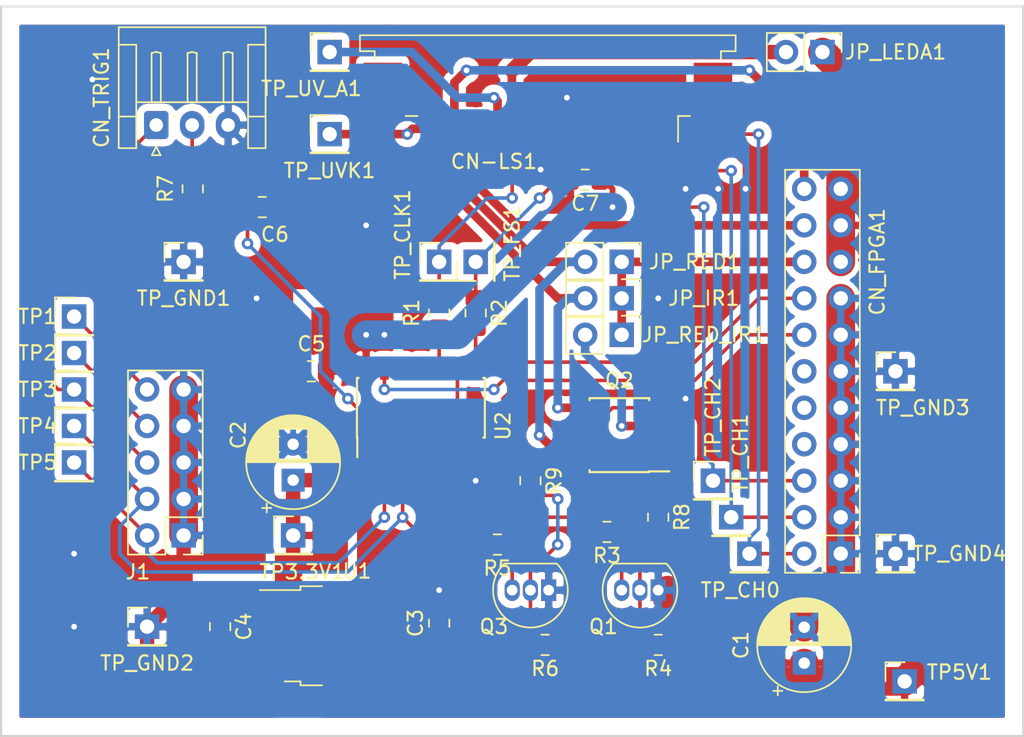
<source format=kicad_pcb>
(kicad_pcb (version 20171130) (host pcbnew "(5.0.1)-4")
  (layers (0 F.Cu signal) (31 B.Cu signal) (34 B.Paste user) (35 F.Paste user) (36 B.SilkS user hide) (37 F.SilkS user) (38 B.Mask user hide) (39 F.Mask user hide) (44 Edge.Cuts user))
  (net 0 "")
  (net 1 +5V)
  (net 2 GND)
  (net 3 +3V3)
  (net 4 "Net-(C6-Pad1)")
  (net 5 /TRIGER)
  (net 6 /TP5)
  (net 7 /SEL_IR)
  (net 8 /TP2)
  (net 9 /TP1)
  (net 10 /CHIP0_OUT)
  (net 11 /CHIP1_OUT)
  (net 12 /CHIP2_OUT)
  (net 13 /FS3)
  (net 14 /CLK33)
  (net 15 /GREEN_K)
  (net 16 /RED_K)
  (net 17 /BLUE_K)
  (net 18 /IR_K)
  (net 19 /UV_K)
  (net 20 /IP5)
  (net 21 /CLK_5)
  (net 22 /IR_RED_K)
  (net 23 "Net-(Q1-Pad2)")
  (net 24 "Net-(Q1-Pad3)")
  (net 25 "Net-(Q2-Pad4)")
  (net 26 "Net-(Q3-Pad3)")
  (net 27 "Net-(R1-Pad2)")
  (net 28 "Net-(R2-Pad2)")
  (net 29 /SEL_RED)
  (net 30 "Net-(U2-Pad6)")
  (net 31 "Net-(U2-Pad11)")
  (net 32 /RED_IR_K)
  (net 33 /AFE_TP3)
  (net 34 "Net-(CN-LS1-Pad7)")
  (net 35 /LED_A)
  (net 36 /UV_A)
  (net 37 "Net-(CN_FPGA1-Pad8)")
  (net 38 "Net-(CN_FPGA1-Pad10)")
  (net 39 "Net-(CN_FPGA1-Pad12)")
  (net 40 "Net-(Q3-Pad2)")
  (net 41 "Net-(Q2-Pad2)")
  (module Resistor_SMD:R_0805_2012Metric_Pad1.15x1.40mm_HandSolder (layer F.Cu) (at 96.52 118.11 270)
    (fp_text reference R8 (at 0 -1.65 270) (layer F.SilkS))
    (fp_text value 100)
    (pad 2 smd roundrect (at 1.025 0 270) (size 1.15 1.4) (layers F.Cu F.Paste F.Mask) (roundrect_rratio 0.217391) (net 23 "Net-(Q1-Pad2)"))
    (pad 1 smd roundrect (at -1.025 0 270) (size 1.15 1.4) (layers F.Cu F.Paste F.Mask) (roundrect_rratio 0.217391) (net 41 "Net-(Q2-Pad2)"))
  )
  (module Resistor_SMD:R_0805_2012Metric_Pad1.15x1.40mm_HandSolder (layer F.Cu) (at 87.63 115.57 270)
    (fp_text reference R9 (at 0 -1.65 270) (layer F.SilkS))
    (fp_text value 100)
    (pad 1 smd roundrect (at -1.025 0 270) (size 1.15 1.4) (layers F.Cu F.Paste F.Mask) (roundrect_rratio 0.217391) (net 25 "Net-(Q2-Pad4)"))
    (pad 2 smd roundrect (at 1.025 0 270) (size 1.15 1.4) (layers F.Cu F.Paste F.Mask) (roundrect_rratio 0.217391) (net 40 "Net-(Q3-Pad2)"))
  )
  (module Connector_PinHeader_2.54mm:PinHeader_2x11_P2.54mm_Vertical (layer F.Cu) (at 109.22 120.65 180)
    (fp_text reference CN_FPGA1 (at -2.54 20.32 90) (layer F.SilkS))
    (fp_text value Conn_02x11)
    (pad 1 thru_hole rect (at 0 0 180) (size 1.7 1.7) (drill 1) (layers *.Cu *.Mask) (net 2 GND))
    (pad 2 thru_hole oval (at 2.54 0 180) (size 1.7 1.7) (drill 1) (layers *.Cu *.Mask) (net 10 /CHIP0_OUT))
    (pad 3 thru_hole oval (at 0 2.54 180) (size 1.7 1.7) (drill 1) (layers *.Cu *.Mask) (net 2 GND))
    (pad 4 thru_hole oval (at 2.54 2.54 180) (size 1.7 1.7) (drill 1) (layers *.Cu *.Mask) (net 11 /CHIP1_OUT))
    (pad 5 thru_hole oval (at 0 5.08 180) (size 1.7 1.7) (drill 1) (layers *.Cu *.Mask) (net 2 GND))
    (pad 6 thru_hole oval (at 2.54 5.08 180) (size 1.7 1.7) (drill 1) (layers *.Cu *.Mask) (net 12 /CHIP2_OUT))
    (pad 7 thru_hole oval (at 0 7.62 180) (size 1.7 1.7) (drill 1) (layers *.Cu *.Mask) (net 2 GND))
    (pad 8 thru_hole oval (at 2.54 7.62 180) (size 1.7 1.7) (drill 1) (layers *.Cu *.Mask) (net 37 "Net-(CN_FPGA1-Pad8)"))
    (pad 9 thru_hole oval (at 0 10.16 180) (size 1.7 1.7) (drill 1) (layers *.Cu *.Mask) (net 2 GND))
    (pad 10 thru_hole oval (at 2.54 10.16 180) (size 1.7 1.7) (drill 1) (layers *.Cu *.Mask) (net 38 "Net-(CN_FPGA1-Pad10)"))
    (pad 11 thru_hole oval (at 0 12.7 180) (size 1.7 1.7) (drill 1) (layers *.Cu *.Mask) (net 2 GND))
    (pad 12 thru_hole oval (at 2.54 12.7 180) (size 1.7 1.7) (drill 1) (layers *.Cu *.Mask) (net 39 "Net-(CN_FPGA1-Pad12)"))
    (pad 13 thru_hole oval (at 0 15.24 180) (size 1.7 1.7) (drill 1) (layers *.Cu *.Mask) (net 2 GND))
    (pad 14 thru_hole oval (at 2.54 15.24 180) (size 1.7 1.7) (drill 1) (layers *.Cu *.Mask) (net 20 /IP5))
    (pad 15 thru_hole oval (at 0 17.78 180) (size 1.7 1.7) (drill 1) (layers *.Cu *.Mask) (net 2 GND))
    (pad 16 thru_hole oval (at 2.54 17.78 180) (size 1.7 1.7) (drill 1) (layers *.Cu *.Mask) (net 21 /CLK_5))
    (pad 17 thru_hole oval (at 0 20.32 180) (size 1.7 1.7) (drill 1) (layers *.Cu *.Mask) (net 1 +5V))
    (pad 18 thru_hole oval (at 2.54 20.32 180) (size 1.7 1.7) (drill 1) (layers *.Cu *.Mask) (net 22 /IR_RED_K))
    (pad 19 thru_hole oval (at 0 22.86 180) (size 1.7 1.7) (drill 1) (layers *.Cu *.Mask) (net 1 +5V))
    (pad 20 thru_hole oval (at 2.54 22.86 180) (size 1.7 1.7) (drill 1) (layers *.Cu *.Mask) (net 15 /GREEN_K))
    (pad 21 thru_hole oval (at 0 25.4 180) (size 1.7 1.7) (drill 1) (layers *.Cu *.Mask) (net 1 +5V))
    (pad 22 thru_hole oval (at 2.54 25.4 180) (size 1.7 1.7) (drill 1) (layers *.Cu *.Mask) (net 17 /BLUE_K))
  )
  (module Capacitor_SMD:C_0805_2012Metric_Pad1.15x1.40mm_HandSolder (layer F.Cu) (at 91.44 94.615 180)
    (fp_text reference C7 (at 0 -1.65 180) (layer F.SilkS))
    (fp_text value 0.1uF)
    (pad 1 smd roundrect (at -1.025 0 180) (size 1.15 1.4) (layers F.Cu F.Paste F.Mask) (roundrect_rratio 0.217391) (net 3 +3V3))
    (pad 2 smd roundrect (at 1.025 0 180) (size 1.15 1.4) (layers F.Cu F.Paste F.Mask) (roundrect_rratio 0.217391) (net 2 GND))
  )
  (module Connector_PinHeader_2.54mm:PinHeader_1x01_P2.54mm_Vertical (layer F.Cu) (at 73.66 91.44)
    (fp_text reference TP_UVK1 (at 0 2.54) (layer F.SilkS))
    (fp_text value _CLK)
    (pad 1 thru_hole rect (at 0 0) (size 1.7 1.7) (drill 1) (layers *.Cu *.Mask) (net 19 /UV_K))
  )
  (module Connector_PinHeader_2.54mm:PinHeader_1x01_P2.54mm_Vertical (layer F.Cu) (at 73.66 85.725)
    (fp_text reference TP_UV_A1 (at -1.27 2.54) (layer F.SilkS))
    (fp_text value _CLK)
    (pad 1 thru_hole rect (at 0 0) (size 1.7 1.7) (drill 1) (layers *.Cu *.Mask) (net 36 /UV_A))
  )
  (module Connector_PinHeader_2.54mm:PinHeader_1x02_P2.54mm_Vertical (layer F.Cu) (at 107.95 85.725 270)
    (fp_text reference JP_LEDA1 (at 0 -5.08 180) (layer F.SilkS))
    (fp_text value IR)
    (pad 1 thru_hole rect (at 0 0 270) (size 1.7 1.7) (drill 1) (layers *.Cu *.Mask) (net 1 +5V))
    (pad 2 thru_hole oval (at 0 2.54 270) (size 1.7 1.7) (drill 1) (layers *.Cu *.Mask) (net 35 /LED_A))
  )
  (module Connector_FFC-FPC:TE_1-84953-8_1x18-1MP_P1.0mm_Horizontal (layer F.Cu) (at 88.84 89.265 180)
    (fp_text reference CN-LS1 (at 3.75 -4.08 180) (layer F.SilkS))
    (fp_text value Conn_01x18)
    (pad 1 smd rect (at -8.5 -1.8 180) (size 0.61 2) (layers F.Cu F.Paste F.Mask) (net 10 /CHIP0_OUT))
    (pad 2 smd rect (at -7.5 -1.8 180) (size 0.61 2) (layers F.Cu F.Paste F.Mask) (net 2 GND))
    (pad 3 smd rect (at -6.5 -1.8 180) (size 0.61 2) (layers F.Cu F.Paste F.Mask) (net 11 /CHIP1_OUT))
    (pad 4 smd rect (at -5.5 -1.8 180) (size 0.61 2) (layers F.Cu F.Paste F.Mask) (net 2 GND))
    (pad 5 smd rect (at -4.5 -1.8 180) (size 0.61 2) (layers F.Cu F.Paste F.Mask) (net 12 /CHIP2_OUT))
    (pad 6 smd rect (at -3.5 -1.8 180) (size 0.61 2) (layers F.Cu F.Paste F.Mask) (net 3 +3V3))
    (pad 7 smd rect (at -2.5 -1.8 180) (size 0.61 2) (layers F.Cu F.Paste F.Mask) (net 34 "Net-(CN-LS1-Pad7)"))
    (pad 8 smd rect (at -1.5 -1.8 180) (size 0.61 2) (layers F.Cu F.Paste F.Mask) (net 2 GND))
    (pad 9 smd rect (at -0.5 -1.8 180) (size 0.61 2) (layers F.Cu F.Paste F.Mask) (net 13 /FS3))
    (pad 10 smd rect (at 0.5 -1.8 180) (size 0.61 2) (layers F.Cu F.Paste F.Mask) (net 2 GND))
    (pad 11 smd rect (at 1.5 -1.8 180) (size 0.61 2) (layers F.Cu F.Paste F.Mask) (net 14 /CLK33))
    (pad 12 smd rect (at 2.5 -1.8 180) (size 0.61 2) (layers F.Cu F.Paste F.Mask) (net 35 /LED_A))
    (pad 13 smd rect (at 3.5 -1.8 180) (size 0.61 2) (layers F.Cu F.Paste F.Mask) (net 36 /UV_A))
    (pad 14 smd rect (at 4.5 -1.8 180) (size 0.61 2) (layers F.Cu F.Paste F.Mask) (net 15 /GREEN_K))
    (pad 15 smd rect (at 5.5 -1.8 180) (size 0.61 2) (layers F.Cu F.Paste F.Mask) (net 16 /RED_K))
    (pad 16 smd rect (at 6.5 -1.8 180) (size 0.61 2) (layers F.Cu F.Paste F.Mask) (net 17 /BLUE_K))
    (pad 17 smd rect (at 7.5 -1.8 180) (size 0.61 2) (layers F.Cu F.Paste F.Mask) (net 18 /IR_K))
    (pad 18 smd rect (at 8.5 -1.8 180) (size 0.61 2) (layers F.Cu F.Paste F.Mask) (net 19 /UV_K))
    (pad MP smd rect (at -11.49 1 180) (size 2.68 3.6) (layers F.Cu F.Paste F.Mask))
    (pad MP smd rect (at 11.49 1 180) (size 2.68 3.6) (layers F.Cu F.Paste F.Mask))
  )
  (module Connector_PinHeader_2.54mm:PinHeader_1x01_P2.54mm_Vertical (layer F.Cu) (at 102.87 120.65)
    (fp_text reference TP_CH0 (at -0.635 2.54) (layer F.SilkS))
    (fp_text value CH0)
    (pad 1 thru_hole rect (at 0 0) (size 1.7 1.7) (drill 1) (layers *.Cu *.Mask) (net 10 /CHIP0_OUT))
  )
  (module Capacitor_THT:CP_Radial_D6.3mm_P2.50mm (layer F.Cu) (at 106.68 128.27 90)
    (fp_text reference C1 (at 1.25 -4.4 90) (layer F.SilkS))
    (fp_text value 100u)
    (pad 1 thru_hole rect (at 0 0 90) (size 1.6 1.6) (drill 0.8) (layers *.Cu *.Mask) (net 1 +5V))
    (pad 2 thru_hole circle (at 2.5 0 90) (size 1.6 1.6) (drill 0.8) (layers *.Cu *.Mask) (net 2 GND))
  )
  (module Capacitor_THT:CP_Radial_D6.3mm_P2.50mm (layer F.Cu) (at 71.12 115.53 90)
    (fp_text reference C2 (at 3.135 -3.81 90) (layer F.SilkS))
    (fp_text value 100u)
    (pad 2 thru_hole circle (at 2.5 0 90) (size 1.6 1.6) (drill 0.8) (layers *.Cu *.Mask) (net 2 GND))
    (pad 1 thru_hole rect (at 0 0 90) (size 1.6 1.6) (drill 0.8) (layers *.Cu *.Mask) (net 3 +3V3))
  )
  (module Capacitor_SMD:C_0805_2012Metric_Pad1.15x1.40mm_HandSolder (layer F.Cu) (at 81.28 125.485 90)
    (fp_text reference C3 (at 0 -1.65 90) (layer F.SilkS))
    (fp_text value 0.1uF)
    (pad 2 smd roundrect (at 1.025 0 90) (size 1.15 1.4) (layers F.Cu F.Paste F.Mask) (roundrect_rratio 0.217391) (net 2 GND))
    (pad 1 smd roundrect (at -1.025 0 90) (size 1.15 1.4) (layers F.Cu F.Paste F.Mask) (roundrect_rratio 0.217391) (net 1 +5V))
  )
  (module Capacitor_SMD:C_0805_2012Metric_Pad1.15x1.40mm_HandSolder (layer F.Cu) (at 66.04 125.73 270)
    (fp_text reference C4 (at 0 -1.65 270) (layer F.SilkS))
    (fp_text value 0.1uF)
    (pad 2 smd roundrect (at 1.025 0 270) (size 1.15 1.4) (layers F.Cu F.Paste F.Mask) (roundrect_rratio 0.217391) (net 2 GND))
    (pad 1 smd roundrect (at -1.025 0 270) (size 1.15 1.4) (layers F.Cu F.Paste F.Mask) (roundrect_rratio 0.217391) (net 3 +3V3))
  )
  (module Capacitor_SMD:C_0805_2012Metric_Pad1.15x1.40mm_HandSolder (layer F.Cu) (at 72.39 107.95 180)
    (fp_text reference C5 (at 0 1.905 180) (layer F.SilkS))
    (fp_text value 0.1uF)
    (pad 1 smd roundrect (at -1.025 0 180) (size 1.15 1.4) (layers F.Cu F.Paste F.Mask) (roundrect_rratio 0.217391) (net 3 +3V3))
    (pad 2 smd roundrect (at 1.025 0 180) (size 1.15 1.4) (layers F.Cu F.Paste F.Mask) (roundrect_rratio 0.217391) (net 2 GND))
  )
  (module Capacitor_SMD:C_0805_2012Metric_Pad1.15x1.40mm_HandSolder (layer F.Cu) (at 68.97 96.52)
    (fp_text reference C6 (at 0.88 1.905) (layer F.SilkS))
    (fp_text value 1000pF)
    (pad 1 smd roundrect (at -1.025 0) (size 1.15 1.4) (layers F.Cu F.Paste F.Mask) (roundrect_rratio 0.217391) (net 4 "Net-(C6-Pad1)"))
    (pad 2 smd roundrect (at 1.025 0) (size 1.15 1.4) (layers F.Cu F.Paste F.Mask) (roundrect_rratio 0.217391) (net 2 GND))
  )
  (module Connector_JST:JST_EH_S03B-EH_1x03_P2.50mm_Horizontal (layer F.Cu) (at 61.595 90.805)
    (fp_text reference CN_TRIG1 (at -3.81 -1.905 90) (layer F.SilkS))
    (fp_text value Conn_01x03)
    (pad 1 thru_hole roundrect (at 0 0) (size 1.7 1.95) (drill 0.95) (layers *.Cu *.Mask) (roundrect_rratio 0.147059) (net 33 /AFE_TP3))
    (pad 2 thru_hole oval (at 2.5 0) (size 1.7 1.95) (drill 0.95) (layers *.Cu *.Mask) (net 5 /TRIGER))
    (pad 3 thru_hole oval (at 5 0) (size 1.7 1.95) (drill 0.95) (layers *.Cu *.Mask) (net 2 GND))
  )
  (module Connector_PinHeader_2.54mm:PinHeader_2x05_P2.54mm_Vertical (layer F.Cu) (at 63.5 119.38 180)
    (fp_text reference J1 (at 3.175 -2.54 180) (layer F.SilkS))
    (fp_text value Conn_02x05_Odd_Even)
    (pad 1 thru_hole rect (at 0 0 180) (size 1.7 1.7) (drill 1) (layers *.Cu *.Mask) (net 2 GND))
    (pad 2 thru_hole oval (at 2.54 0 180) (size 1.7 1.7) (drill 1) (layers *.Cu *.Mask) (net 6 /TP5))
    (pad 3 thru_hole oval (at 0 2.54 180) (size 1.7 1.7) (drill 1) (layers *.Cu *.Mask) (net 2 GND))
    (pad 4 thru_hole oval (at 2.54 2.54 180) (size 1.7 1.7) (drill 1) (layers *.Cu *.Mask) (net 7 /SEL_IR))
    (pad 5 thru_hole oval (at 0 5.08 180) (size 1.7 1.7) (drill 1) (layers *.Cu *.Mask) (net 2 GND))
    (pad 6 thru_hole oval (at 2.54 5.08 180) (size 1.7 1.7) (drill 1) (layers *.Cu *.Mask) (net 33 /AFE_TP3))
    (pad 7 thru_hole oval (at 0 7.62 180) (size 1.7 1.7) (drill 1) (layers *.Cu *.Mask) (net 2 GND))
    (pad 8 thru_hole oval (at 2.54 7.62 180) (size 1.7 1.7) (drill 1) (layers *.Cu *.Mask) (net 8 /TP2))
    (pad 9 thru_hole oval (at 0 10.16 180) (size 1.7 1.7) (drill 1) (layers *.Cu *.Mask) (net 2 GND))
    (pad 10 thru_hole oval (at 2.54 10.16 180) (size 1.7 1.7) (drill 1) (layers *.Cu *.Mask) (net 9 /TP1))
  )
  (module Connector_PinHeader_2.54mm:PinHeader_1x02_P2.54mm_Vertical (layer F.Cu) (at 93.98 102.87 270)
    (fp_text reference JP_IR1 (at 0 -5.715 180) (layer F.SilkS))
    (fp_text value IR)
    (pad 1 thru_hole rect (at 0 0 270) (size 1.7 1.7) (drill 1) (layers *.Cu *.Mask) (net 22 /IR_RED_K))
    (pad 2 thru_hole oval (at 0 2.54 270) (size 1.7 1.7) (drill 1) (layers *.Cu *.Mask) (net 18 /IR_K))
  )
  (module Connector_PinHeader_2.54mm:PinHeader_1x02_P2.54mm_Vertical (layer F.Cu) (at 93.98 100.33 270)
    (fp_text reference JP_RED1 (at 0 -5.08 180) (layer F.SilkS))
    (fp_text value RED)
    (pad 2 thru_hole oval (at 0 2.54 270) (size 1.7 1.7) (drill 1) (layers *.Cu *.Mask) (net 16 /RED_K))
    (pad 1 thru_hole rect (at 0 0 270) (size 1.7 1.7) (drill 1) (layers *.Cu *.Mask) (net 22 /IR_RED_K))
  )
  (module Connector_PinHeader_2.54mm:PinHeader_1x02_P2.54mm_Vertical (layer F.Cu) (at 93.98 105.41 270)
    (fp_text reference JP_RED_IR1 (at 0 -5.715 180) (layer F.SilkS))
    (fp_text value IR)
    (pad 1 thru_hole rect (at 0 0 270) (size 1.7 1.7) (drill 1) (layers *.Cu *.Mask) (net 22 /IR_RED_K))
    (pad 2 thru_hole oval (at 0 2.54 270) (size 1.7 1.7) (drill 1) (layers *.Cu *.Mask) (net 32 /RED_IR_K))
  )
  (module Package_TO_SOT_THT:TO-92_Inline (layer F.Cu) (at 96.52 123.19 180)
    (fp_text reference Q1 (at 3.81 -2.54 180) (layer F.SilkS))
    (fp_text value 2SC1815)
    (pad 2 thru_hole oval (at 1.27 0 180) (size 1.05 1.5) (drill 0.75) (layers *.Cu *.Mask) (net 23 "Net-(Q1-Pad2)"))
    (pad 3 thru_hole oval (at 2.54 0 180) (size 1.05 1.5) (drill 0.75) (layers *.Cu *.Mask) (net 24 "Net-(Q1-Pad3)"))
    (pad 1 thru_hole rect (at 0 0 180) (size 1.05 1.5) (drill 0.75) (layers *.Cu *.Mask) (net 2 GND))
  )
  (module Package_SO:SOIC-8_3.9x4.9mm_P1.27mm (layer F.Cu) (at 93.82 112.395 180)
    (fp_text reference Q2 (at 0 3.81 180) (layer F.SilkS))
    (fp_text value uPA2753)
    (pad 1 smd rect (at -2.7 -1.905 180) (size 1.55 0.6) (layers F.Cu F.Paste F.Mask) (net 32 /RED_IR_K))
    (pad 2 smd rect (at -2.7 -0.635 180) (size 1.55 0.6) (layers F.Cu F.Paste F.Mask) (net 41 "Net-(Q2-Pad2)"))
    (pad 3 smd rect (at -2.7 0.635 180) (size 1.55 0.6) (layers F.Cu F.Paste F.Mask) (net 32 /RED_IR_K))
    (pad 4 smd rect (at -2.7 1.905 180) (size 1.55 0.6) (layers F.Cu F.Paste F.Mask) (net 25 "Net-(Q2-Pad4)"))
    (pad 5 smd rect (at 2.7 1.905 180) (size 1.55 0.6) (layers F.Cu F.Paste F.Mask) (net 18 /IR_K))
    (pad 6 smd rect (at 2.7 0.635 180) (size 1.55 0.6) (layers F.Cu F.Paste F.Mask) (net 18 /IR_K))
    (pad 7 smd rect (at 2.7 -0.635 180) (size 1.55 0.6) (layers F.Cu F.Paste F.Mask) (net 16 /RED_K))
    (pad 8 smd rect (at 2.7 -1.905 180) (size 1.55 0.6) (layers F.Cu F.Paste F.Mask) (net 16 /RED_K))
  )
  (module Package_TO_SOT_THT:TO-92_Inline (layer F.Cu) (at 88.9 123.19 180)
    (fp_text reference Q3 (at 3.81 -2.54 180) (layer F.SilkS))
    (fp_text value 2SC1815)
    (pad 1 thru_hole rect (at 0 0 180) (size 1.05 1.5) (drill 0.75) (layers *.Cu *.Mask) (net 2 GND))
    (pad 3 thru_hole oval (at 2.54 0 180) (size 1.05 1.5) (drill 0.75) (layers *.Cu *.Mask) (net 26 "Net-(Q3-Pad3)"))
    (pad 2 thru_hole oval (at 1.27 0 180) (size 1.05 1.5) (drill 0.75) (layers *.Cu *.Mask) (net 40 "Net-(Q3-Pad2)"))
  )
  (module Resistor_SMD:R_0805_2012Metric_Pad1.15x1.40mm_HandSolder (layer F.Cu) (at 81.28 103.895 270)
    (fp_text reference R1 (at 0 1.905 270) (layer F.SilkS))
    (fp_text value 100)
    (pad 1 smd roundrect (at -1.025 0 270) (size 1.15 1.4) (layers F.Cu F.Paste F.Mask) (roundrect_rratio 0.217391) (net 14 /CLK33))
    (pad 2 smd roundrect (at 1.025 0 270) (size 1.15 1.4) (layers F.Cu F.Paste F.Mask) (roundrect_rratio 0.217391) (net 27 "Net-(R1-Pad2)"))
  )
  (module Resistor_SMD:R_0805_2012Metric_Pad1.15x1.40mm_HandSolder (layer F.Cu) (at 83.82 103.895 270)
    (fp_text reference R2 (at 0 -1.65 270) (layer F.SilkS))
    (fp_text value 100)
    (pad 2 smd roundrect (at 1.025 0 270) (size 1.15 1.4) (layers F.Cu F.Paste F.Mask) (roundrect_rratio 0.217391) (net 28 "Net-(R2-Pad2)"))
    (pad 1 smd roundrect (at -1.025 0 270) (size 1.15 1.4) (layers F.Cu F.Paste F.Mask) (roundrect_rratio 0.217391) (net 13 /FS3))
  )
  (module Resistor_SMD:R_0805_2012Metric_Pad1.15x1.40mm_HandSolder (layer F.Cu) (at 92.955 119.135 180)
    (fp_text reference R3 (at 0 -1.65 180) (layer F.SilkS))
    (fp_text value 100)
    (pad 2 smd roundrect (at 1.025 0 180) (size 1.15 1.4) (layers F.Cu F.Paste F.Mask) (roundrect_rratio 0.217391) (net 29 /SEL_RED))
    (pad 1 smd roundrect (at -1.025 0 180) (size 1.15 1.4) (layers F.Cu F.Paste F.Mask) (roundrect_rratio 0.217391) (net 24 "Net-(Q1-Pad3)"))
  )
  (module Resistor_SMD:R_0805_2012Metric_Pad1.15x1.40mm_HandSolder (layer F.Cu) (at 96.52 127 180)
    (fp_text reference R4 (at 0 -1.65 180) (layer F.SilkS))
    (fp_text value 1k)
    (pad 1 smd roundrect (at -1.025 0 180) (size 1.15 1.4) (layers F.Cu F.Paste F.Mask) (roundrect_rratio 0.217391) (net 1 +5V))
    (pad 2 smd roundrect (at 1.025 0 180) (size 1.15 1.4) (layers F.Cu F.Paste F.Mask) (roundrect_rratio 0.217391) (net 23 "Net-(Q1-Pad2)"))
  )
  (module Resistor_SMD:R_0805_2012Metric_Pad1.15x1.40mm_HandSolder (layer F.Cu) (at 85.335 120.015 180)
    (fp_text reference R5 (at 0 -1.65 180) (layer F.SilkS))
    (fp_text value 100)
    (pad 2 smd roundrect (at 1.025 0 180) (size 1.15 1.4) (layers F.Cu F.Paste F.Mask) (roundrect_rratio 0.217391) (net 7 /SEL_IR))
    (pad 1 smd roundrect (at -1.025 0 180) (size 1.15 1.4) (layers F.Cu F.Paste F.Mask) (roundrect_rratio 0.217391) (net 26 "Net-(Q3-Pad3)"))
  )
  (module Resistor_SMD:R_0805_2012Metric_Pad1.15x1.40mm_HandSolder (layer F.Cu) (at 88.655 127 180)
    (fp_text reference R6 (at 0 -1.65 180) (layer F.SilkS))
    (fp_text value 1k)
    (pad 1 smd roundrect (at -1.025 0 180) (size 1.15 1.4) (layers F.Cu F.Paste F.Mask) (roundrect_rratio 0.217391) (net 1 +5V))
    (pad 2 smd roundrect (at 1.025 0 180) (size 1.15 1.4) (layers F.Cu F.Paste F.Mask) (roundrect_rratio 0.217391) (net 40 "Net-(Q3-Pad2)"))
  )
  (module Resistor_SMD:R_0805_2012Metric_Pad1.15x1.40mm_HandSolder (layer F.Cu) (at 64.135 95.25 270)
    (fp_text reference R7 (at 0 1.905 270) (layer F.SilkS))
    (fp_text value 1k)
    (pad 1 smd roundrect (at -1.025 0 270) (size 1.15 1.4) (layers F.Cu F.Paste F.Mask) (roundrect_rratio 0.217391) (net 5 /TRIGER))
    (pad 2 smd roundrect (at 1.025 0 270) (size 1.15 1.4) (layers F.Cu F.Paste F.Mask) (roundrect_rratio 0.217391) (net 4 "Net-(C6-Pad1)"))
  )
  (module Connector_PinHeader_2.54mm:PinHeader_1x01_P2.54mm_Vertical (layer F.Cu) (at 55.88 104.14)
    (fp_text reference TP1 (at -2.54 0) (layer F.SilkS))
    (fp_text value _TP1)
    (pad 1 thru_hole rect (at 0 0) (size 1.7 1.7) (drill 1) (layers *.Cu *.Mask) (net 9 /TP1))
  )
  (module Connector_PinHeader_2.54mm:PinHeader_1x01_P2.54mm_Vertical (layer F.Cu) (at 55.88 106.68)
    (fp_text reference TP2 (at -2.54 0) (layer F.SilkS))
    (fp_text value _TP2)
    (pad 1 thru_hole rect (at 0 0) (size 1.7 1.7) (drill 1) (layers *.Cu *.Mask) (net 8 /TP2))
  )
  (module Connector_PinHeader_2.54mm:PinHeader_1x01_P2.54mm_Vertical (layer F.Cu) (at 55.88 109.22)
    (fp_text reference TP3 (at -2.54 0) (layer F.SilkS))
    (fp_text value _TP3)
    (pad 1 thru_hole rect (at 0 0) (size 1.7 1.7) (drill 1) (layers *.Cu *.Mask) (net 33 /AFE_TP3))
  )
  (module Connector_PinHeader_2.54mm:PinHeader_1x01_P2.54mm_Vertical (layer F.Cu) (at 55.88 111.76)
    (fp_text reference TP4 (at -2.54 0) (layer F.SilkS))
    (fp_text value _TP4)
    (pad 1 thru_hole rect (at 0 0) (size 1.7 1.7) (drill 1) (layers *.Cu *.Mask) (net 7 /SEL_IR))
  )
  (module Connector_PinHeader_2.54mm:PinHeader_1x01_P2.54mm_Vertical (layer F.Cu) (at 55.88 114.3)
    (fp_text reference TP5 (at -2.54 0) (layer F.SilkS))
    (fp_text value _TP5)
    (pad 1 thru_hole rect (at 0 0) (size 1.7 1.7) (drill 1) (layers *.Cu *.Mask) (net 6 /TP5))
  )
  (module Connector_PinHeader_2.54mm:PinHeader_1x01_P2.54mm_Vertical (layer F.Cu) (at 71.12 119.38)
    (fp_text reference TP3.3V1 (at 0.635 2.54) (layer F.SilkS))
    (fp_text value _TP33)
    (pad 1 thru_hole rect (at 0 0) (size 1.7 1.7) (drill 1) (layers *.Cu *.Mask) (net 3 +3V3))
  )
  (module Connector_PinHeader_2.54mm:PinHeader_1x01_P2.54mm_Vertical (layer F.Cu) (at 113.665 129.54)
    (fp_text reference TP5V1 (at 3.81 -0.635) (layer F.SilkS))
    (fp_text value _TP5V)
    (pad 1 thru_hole rect (at 0 0) (size 1.7 1.7) (drill 1) (layers *.Cu *.Mask) (net 1 +5V))
  )
  (module Connector_PinHeader_2.54mm:PinHeader_1x01_P2.54mm_Vertical (layer F.Cu) (at 101.6 118.11)
    (fp_text reference TP_CH1 (at 0.635 -4.445 90) (layer F.SilkS))
    (fp_text value CH1)
    (pad 1 thru_hole rect (at 0 0) (size 1.7 1.7) (drill 1) (layers *.Cu *.Mask) (net 11 /CHIP1_OUT))
  )
  (module Connector_PinHeader_2.54mm:PinHeader_1x01_P2.54mm_Vertical (layer F.Cu) (at 100.33 115.57)
    (fp_text reference TP_CH2 (at 0 -4.445 90) (layer F.SilkS))
    (fp_text value CH2)
    (pad 1 thru_hole rect (at 0 0) (size 1.7 1.7) (drill 1) (layers *.Cu *.Mask) (net 12 /CHIP2_OUT))
  )
  (module Connector_PinHeader_2.54mm:PinHeader_1x01_P2.54mm_Vertical (layer F.Cu) (at 81.28 100.33)
    (fp_text reference TP_CLK1 (at -2.54 -1.905 90) (layer F.SilkS))
    (fp_text value _CLK)
    (pad 1 thru_hole rect (at 0 0) (size 1.7 1.7) (drill 1) (layers *.Cu *.Mask) (net 14 /CLK33))
  )
  (module Connector_PinHeader_2.54mm:PinHeader_1x01_P2.54mm_Vertical (layer F.Cu) (at 83.82 100.33 90)
    (fp_text reference TP_FS1 (at 1.27 2.54 90) (layer F.SilkS))
    (fp_text value _FS)
    (pad 1 thru_hole rect (at 0 0 90) (size 1.7 1.7) (drill 1) (layers *.Cu *.Mask) (net 13 /FS3))
  )
  (module Connector_PinHeader_2.54mm:PinHeader_1x01_P2.54mm_Vertical (layer F.Cu) (at 63.5 100.33)
    (fp_text reference TP_GND1 (at 0 2.54) (layer F.SilkS))
    (fp_text value _GND)
    (pad 1 thru_hole rect (at 0 0) (size 1.7 1.7) (drill 1) (layers *.Cu *.Mask) (net 2 GND))
  )
  (module Connector_PinHeader_2.54mm:PinHeader_1x01_P2.54mm_Vertical (layer F.Cu) (at 60.96 125.73)
    (fp_text reference TP_GND2 (at 0 2.54) (layer F.SilkS))
    (fp_text value _GND)
    (pad 1 thru_hole rect (at 0 0) (size 1.7 1.7) (drill 1) (layers *.Cu *.Mask) (net 2 GND))
  )
  (module Connector_PinHeader_2.54mm:PinHeader_1x01_P2.54mm_Vertical (layer F.Cu) (at 113.03 107.95)
    (fp_text reference TP_GND3 (at 1.905 2.54) (layer F.SilkS))
    (fp_text value _GND)
    (pad 1 thru_hole rect (at 0 0) (size 1.7 1.7) (drill 1) (layers *.Cu *.Mask) (net 2 GND))
  )
  (module Connector_PinHeader_2.54mm:PinHeader_1x01_P2.54mm_Vertical (layer F.Cu) (at 113.03 120.65)
    (fp_text reference TP_GND4 (at 4.445 0) (layer F.SilkS))
    (fp_text value _GND)
    (pad 1 thru_hole rect (at 0 0) (size 1.7 1.7) (drill 1) (layers *.Cu *.Mask) (net 2 GND))
  )
  (module Package_TO_SOT_SMD:TO-252-3_TabPin2 (layer F.Cu) (at 74.1 126.365)
    (fp_text reference U1 (at 1.465 -4.5) (layer F.SilkS))
    (fp_text value NJU7223)
    (pad 1 smd rect (at -4.2 -2.28) (size 2.2 1.2) (layers F.Cu F.Paste F.Mask) (net 3 +3V3))
    (pad 2 smd rect (at -4.2 0) (size 2.2 1.2) (layers F.Cu F.Paste F.Mask) (net 1 +5V))
    (pad 3 smd rect (at -4.2 2.28) (size 2.2 1.2) (layers F.Cu F.Paste F.Mask) (net 2 GND))
    (pad 2 smd rect (at 2.1 0) (size 6.4 5.8) (layers F.Cu F.Mask) (net 1 +5V))
  )
  (module Package_SO:SOIC-14_3.9x8.7mm_P1.27mm (layer F.Cu) (at 80.01 110.49 90)
    (fp_text reference U2 (at -1.27 5.715 90) (layer F.SilkS))
    (fp_text value 74LV14)
    (pad 1 smd rect (at -2.7 -3.81 90) (size 1.5 0.6) (layers F.Cu F.Paste F.Mask) (net 4 "Net-(C6-Pad1)"))
    (pad 2 smd rect (at -2.7 -2.54 90) (size 1.5 0.6) (layers F.Cu F.Paste F.Mask) (net 6 /TP5))
    (pad 3 smd rect (at -2.7 -1.27 90) (size 1.5 0.6) (layers F.Cu F.Paste F.Mask) (net 7 /SEL_IR))
    (pad 4 smd rect (at -2.7 0 90) (size 1.5 0.6) (layers F.Cu F.Paste F.Mask) (net 29 /SEL_RED))
    (pad 5 smd rect (at -2.7 1.27 90) (size 1.5 0.6) (layers F.Cu F.Paste F.Mask) (net 20 /IP5))
    (pad 6 smd rect (at -2.7 2.54 90) (size 1.5 0.6) (layers F.Cu F.Paste F.Mask) (net 30 "Net-(U2-Pad6)"))
    (pad 7 smd rect (at -2.7 3.81 90) (size 1.5 0.6) (layers F.Cu F.Paste F.Mask) (net 2 GND))
    (pad 8 smd rect (at 2.7 3.81 90) (size 1.5 0.6) (layers F.Cu F.Paste F.Mask) (net 28 "Net-(R2-Pad2)"))
    (pad 9 smd rect (at 2.7 2.54 90) (size 1.5 0.6) (layers F.Cu F.Paste F.Mask) (net 30 "Net-(U2-Pad6)"))
    (pad 10 smd rect (at 2.7 1.27 90) (size 1.5 0.6) (layers F.Cu F.Paste F.Mask) (net 27 "Net-(R1-Pad2)"))
    (pad 11 smd rect (at 2.7 0 90) (size 1.5 0.6) (layers F.Cu F.Paste F.Mask) (net 31 "Net-(U2-Pad11)"))
    (pad 12 smd rect (at 2.7 -1.27 90) (size 1.5 0.6) (layers F.Cu F.Paste F.Mask) (net 31 "Net-(U2-Pad11)"))
    (pad 13 smd rect (at 2.7 -2.54 90) (size 1.5 0.6) (layers F.Cu F.Paste F.Mask) (net 21 /CLK_5))
    (pad 14 smd rect (at 2.7 -3.81 90) (size 1.5 0.6) (layers F.Cu F.Paste F.Mask) (net 3 +3V3))
  )
  (gr_line (start 121.92 133.35) (end 50.8 133.35) (layer Edge.Cuts) (width 0.15))
  (gr_line (start 121.92 82.55) (end 121.92 133.35) (layer Edge.Cuts) (width 0.15))
  (gr_line (start 50.8 82.55) (end 121.92 82.55) (layer Edge.Cuts) (width 0.15))
  (gr_line (start 50.8 133.35) (end 50.8 82.55) (layer Edge.Cuts) (width 0.15))
  (segment (start 114.3 95.25) (end 109.22 95.25) (width 2) (layer F.Cu) (net 1))
  (segment (start 109.22 95.25) (end 109.22 100.33) (width 2) (layer F.Cu) (net 1))
  (segment (start 114.3 95.25) (end 114.935 95.25) (width 2) (layer F.Cu) (net 1))
  (segment (start 114.935 95.25) (end 116.84 97.155) (width 2) (layer F.Cu) (net 1))
  (segment (start 116.84 97.155) (end 116.84 126.365) (width 2) (layer F.Cu) (net 1))
  (segment (start 116.84 126.365) (end 113.665 129.54) (width 2) (layer F.Cu) (net 1))
  (segment (start 109.22 86.995) (end 107.95 85.725) (width 2) (layer F.Cu) (net 1))
  (segment (start 109.22 95.25) (end 109.22 86.995) (width 2) (layer F.Cu) (net 1))
  (segment (start 76.2 126.365) (end 71.755 126.365) (width 2) (layer F.Cu) (net 1))
  (segment (start 106.68 128.27) (end 106.68 129.54) (width 2) (layer F.Cu) (net 1))
  (segment (start 113.665 129.54) (end 106.68 129.54) (width 2) (layer F.Cu) (net 1))
  (segment (start 106.68 129.54) (end 99.06 129.54) (width 2) (layer F.Cu) (net 1))
  (segment (start 97.545 128.025) (end 99.06 129.54) (width 1) (layer F.Cu) (net 1))
  (segment (start 97.545 127) (end 97.545 128.025) (width 1) (layer F.Cu) (net 1))
  (segment (start 91.42 129.54) (end 91.44 129.54) (width 1) (layer F.Cu) (net 1))
  (segment (start 89.68 127.8) (end 91.42 129.54) (width 1) (layer F.Cu) (net 1))
  (segment (start 89.68 127) (end 89.68 127.8) (width 1) (layer F.Cu) (net 1))
  (segment (start 99.06 129.54) (end 91.44 129.54) (width 2) (layer F.Cu) (net 1))
  (segment (start 76.345 126.51) (end 76.2 126.365) (width 1) (layer F.Cu) (net 1))
  (segment (start 81.28 126.51) (end 76.345 126.51) (width 1) (layer F.Cu) (net 1))
  (segment (start 69.9 126.365) (end 71.755 126.365) (width 1) (layer F.Cu) (net 1))
  (segment (start 76.2 126.365) (end 76.2 129.54) (width 0.4) (layer F.Cu) (net 1))
  (segment (start 91.44 129.54) (end 76.2 129.54) (width 2) (layer F.Cu) (net 1))
  (segment (start 76.2 129.54) (end 74.295 129.54) (width 2) (layer F.Cu) (net 1))
  (via (at 90.17 88.9) (size 0.8) (drill 0.4) (layers F.Cu B.Cu) (net 2))
  (segment (start 97.17501 123.825) (end 97.17501 123.19) (width 2) (layer F.Cu) (net 2))
  (segment (start 109.22 102.87) (end 109.22 123.23) (width 2) (layer F.Cu) (net 2))
  (segment (start 109.22 123.23) (end 108.625 123.825) (width 2) (layer F.Cu) (net 2))
  (segment (start 106.68 124.46) (end 106.045 123.825) (width 2) (layer F.Cu) (net 2))
  (segment (start 106.68 125.77) (end 106.68 124.46) (width 2) (layer F.Cu) (net 2))
  (segment (start 108.625 123.825) (end 106.045 123.825) (width 2) (layer F.Cu) (net 2))
  (segment (start 106.045 123.825) (end 97.17501 123.825) (width 2) (layer F.Cu) (net 2))
  (segment (start 63.5 119.38) (end 63.5 109.22) (width 2) (layer F.Cu) (net 2))
  (segment (start 63.5 123.19) (end 60.96 125.73) (width 1) (layer F.Cu) (net 2))
  (segment (start 63.5 119.38) (end 63.5 123.19) (width 1) (layer F.Cu) (net 2))
  (segment (start 60.96 127.58) (end 60.96 125.73) (width 1) (layer F.Cu) (net 2))
  (segment (start 62.025 128.645) (end 60.96 127.58) (width 1) (layer F.Cu) (net 2))
  (segment (start 66.04 126.755) (end 66.04 128.645) (width 1) (layer F.Cu) (net 2))
  (segment (start 69.9 128.645) (end 66.04 128.645) (width 1) (layer F.Cu) (net 2))
  (segment (start 66.04 128.645) (end 62.025 128.645) (width 1) (layer F.Cu) (net 2))
  (segment (start 81.28 124.46) (end 81.28 123.19) (width 1) (layer F.Cu) (net 2))
  (segment (start 81.28 123.19) (end 81.28 123.19) (width 1) (layer F.Cu) (net 2))
  (via (at 81.28 123.19) (size 0.8) (drill 0.4) (layers F.Cu B.Cu) (net 2))
  (segment (start 83.82 113.19) (end 83.82 115.57) (width 1) (layer F.Cu) (net 2))
  (segment (start 83.82 115.57) (end 83.82 115.57) (width 1) (layer F.Cu) (net 2))
  (via (at 83.82 115.57) (size 0.8) (drill 0.4) (layers F.Cu B.Cu) (net 2))
  (segment (start 81.28 118.11) (end 83.82 115.57) (width 1) (layer B.Cu) (net 2))
  (segment (start 81.28 123.19) (end 81.28 118.11) (width 1) (layer B.Cu) (net 2))
  (segment (start 81.28 123.19) (end 81.28 123.825) (width 1) (layer B.Cu) (net 2))
  (segment (start 81.28 123.825) (end 82.55 125.095) (width 1) (layer B.Cu) (net 2))
  (segment (start 64.77 113.03) (end 63.5 111.76) (width 1) (layer B.Cu) (net 2))
  (segment (start 71.12 113.03) (end 64.77 113.03) (width 1) (layer B.Cu) (net 2))
  (segment (start 83.82 115.57) (end 83.82 114.935) (width 1) (layer B.Cu) (net 2))
  (segment (start 81.915 113.03) (end 71.12 113.03) (width 1) (layer B.Cu) (net 2))
  (segment (start 83.82 114.935) (end 81.915 113.03) (width 1) (layer B.Cu) (net 2))
  (segment (start 90.34 89.07) (end 90.17 88.9) (width 0.4) (layer F.Cu) (net 2))
  (segment (start 90.34 91.065) (end 90.34 89.07) (width 0.4) (layer F.Cu) (net 2))
  (segment (start 96.34 91.065) (end 96.34 92.53) (width 0.4) (layer F.Cu) (net 2))
  (segment (start 90.735685 88.9) (end 90.17 88.9) (width 0.4) (layer F.Cu) (net 2))
  (segment (start 96.34 89.665) (end 95.575 88.9) (width 0.4) (layer F.Cu) (net 2))
  (segment (start 96.34 91.065) (end 96.34 89.665) (width 0.4) (layer F.Cu) (net 2))
  (segment (start 89.604315 88.9) (end 90.17 88.9) (width 0.4) (layer F.Cu) (net 2))
  (segment (start 89.105 88.9) (end 89.604315 88.9) (width 0.4) (layer F.Cu) (net 2))
  (segment (start 88.34 89.665) (end 89.105 88.9) (width 0.4) (layer F.Cu) (net 2))
  (segment (start 88.34 91.065) (end 88.34 89.665) (width 0.4) (layer F.Cu) (net 2))
  (segment (start 94.34 89.26) (end 93.98 88.9) (width 0.4) (layer F.Cu) (net 2))
  (segment (start 94.34 91.065) (end 94.34 89.26) (width 0.4) (layer F.Cu) (net 2))
  (segment (start 95.575 88.9) (end 93.98 88.9) (width 0.4) (layer F.Cu) (net 2))
  (segment (start 93.98 88.9) (end 90.735685 88.9) (width 0.4) (layer F.Cu) (net 2))
  (segment (start 109.22 107.95) (end 113.03 107.95) (width 0.4) (layer B.Cu) (net 2))
  (segment (start 109.22 120.65) (end 113.03 120.65) (width 0.4) (layer B.Cu) (net 2))
  (segment (start 63.5 109.22) (end 63.5 100.33) (width 0.4) (layer F.Cu) (net 2))
  (segment (start 63.5 100.33) (end 69.85 100.33) (width 0.4) (layer F.Cu) (net 2))
  (segment (start 69.995 100.185) (end 69.995 96.52) (width 0.4) (layer F.Cu) (net 2))
  (segment (start 69.85 100.33) (end 69.995 100.185) (width 0.4) (layer F.Cu) (net 2))
  (segment (start 67.845 90.805) (end 66.595 90.805) (width 0.4) (layer F.Cu) (net 2))
  (segment (start 69.995 92.955) (end 67.845 90.805) (width 0.4) (layer F.Cu) (net 2))
  (segment (start 69.995 96.52) (end 69.995 92.955) (width 0.4) (layer F.Cu) (net 2))
  (segment (start 88.34 91.065) (end 88.34 93.905) (width 0.4) (layer F.Cu) (net 2))
  (segment (start 88.34 93.905) (end 88.34 93.905) (width 0.4) (layer F.Cu) (net 2))
  (via (at 88.34 93.905) (size 0.8) (drill 0.4) (layers F.Cu B.Cu) (net 2))
  (segment (start 66.595 90.93) (end 66.595 90.805) (width 0.4) (layer B.Cu) (net 2))
  (segment (start 69.57 93.905) (end 66.595 90.93) (width 0.4) (layer B.Cu) (net 2))
  (segment (start 88.34 93.905) (end 69.57 93.905) (width 0.4) (layer B.Cu) (net 2))
  (segment (start 88.9 123.19) (end 88.9 125.095) (width 0.4) (layer B.Cu) (net 2))
  (segment (start 82.55 125.095) (end 88.9 125.095) (width 1) (layer B.Cu) (net 2))
  (segment (start 88.9 125.095) (end 95.585268 125.095) (width 1) (layer B.Cu) (net 2))
  (segment (start 71.12 113.03) (end 71.12 107.95) (width 0.4) (layer B.Cu) (net 2))
  (segment (start 90.34 94.54) (end 90.415 94.615) (width 0.4) (layer F.Cu) (net 2))
  (segment (start 90.34 91.065) (end 90.34 94.54) (width 0.4) (layer F.Cu) (net 2))
  (segment (start 111.76 102.87) (end 109.22 102.87) (width 0.4) (layer B.Cu) (net 2))
  (segment (start 113.03 101.6) (end 111.76 102.87) (width 0.4) (layer B.Cu) (net 2))
  (segment (start 113.03 93.345) (end 113.03 101.6) (width 0.4) (layer B.Cu) (net 2))
  (segment (start 90.17 88.9) (end 108.585 88.9) (width 0.4) (layer B.Cu) (net 2))
  (segment (start 108.585 88.9) (end 113.03 93.345) (width 0.4) (layer B.Cu) (net 2))
  (segment (start 96.34 92.53) (end 96.52 92.71) (width 0.4) (layer F.Cu) (net 2))
  (segment (start 101.810002 92.71) (end 102.600001 93.499999) (width 0.4) (layer F.Cu) (net 2))
  (segment (start 96.52 92.71) (end 101.810002 92.71) (width 0.4) (layer F.Cu) (net 2))
  (segment (start 94.34 91.065) (end 94.34 93.07) (width 0.4) (layer F.Cu) (net 2))
  (segment (start 94.34 93.07) (end 96.52 95.25) (width 0.4) (layer F.Cu) (net 2))
  (segment (start 96.52 95.25) (end 98.425 95.25) (width 0.4) (layer F.Cu) (net 2))
  (via (at 102.600001 95.25) (size 0.8) (drill 0.4) (layers F.Cu B.Cu) (net 2))
  (via (at 100.695001 95.25) (size 0.8) (drill 0.4) (layers F.Cu B.Cu) (net 2))
  (segment (start 98.425 95.25) (end 99.905002 95.25) (width 0.4) (layer F.Cu) (net 2))
  (via (at 98.425 95.25) (size 0.8) (drill 0.4) (layers F.Cu B.Cu) (net 2))
  (segment (start 99.905002 95.25) (end 100.695001 95.25) (width 0.4) (layer F.Cu) (net 2))
  (segment (start 102.600001 93.499999) (end 102.600001 95.25) (width 0.4) (layer F.Cu) (net 2))
  (segment (start 95.765 125.095) (end 95.585268 125.095) (width 0.4) (layer B.Cu) (net 2))
  (segment (start 96.52 124.34) (end 95.765 125.095) (width 0.4) (layer B.Cu) (net 2))
  (segment (start 96.52 123.19) (end 96.52 124.34) (width 0.4) (layer B.Cu) (net 2))
  (via (at 76.2 97.79) (size 0.8) (drill 0.4) (layers F.Cu B.Cu) (net 2))
  (via (at 55.88 120.65) (size 0.8) (drill 0.4) (layers F.Cu B.Cu) (net 2))
  (via (at 55.88 125.73) (size 0.8) (drill 0.4) (layers F.Cu B.Cu) (net 2))
  (via (at 68.58 102.87) (size 0.8) (drill 0.4) (layers F.Cu B.Cu) (net 2))
  (via (at 96.52 102.87) (size 0.8) (drill 0.4) (layers F.Cu B.Cu) (net 2))
  (via (at 98.425 109.855) (size 0.8) (drill 0.4) (layers F.Cu B.Cu) (net 2))
  (via (at 57.15 87.63) (size 0.8) (drill 0.4) (layers F.Cu B.Cu) (net 2))
  (via (at 93.345 96.52) (size 0.8) (drill 0.4) (layers F.Cu B.Cu) (net 3))
  (segment (start 76.2 105.41) (end 76.2 105.41) (width 0.4) (layer B.Cu) (net 3))
  (via (at 76.2 105.41) (size 0.8) (drill 0.4) (layers F.Cu B.Cu) (net 3))
  (segment (start 76.2 105.41) (end 76.2 107.79) (width 0.4) (layer F.Cu) (net 3))
  (segment (start 93.345 95.25) (end 93.345 96.52) (width 0.4) (layer F.Cu) (net 3))
  (segment (start 92.34 91.065) (end 92.34 94.245) (width 0.6) (layer F.Cu) (net 3))
  (segment (start 92.34 94.245) (end 93.345 95.25) (width 0.4) (layer F.Cu) (net 3))
  (segment (start 93.345 96.52) (end 91.44 96.52) (width 2) (layer B.Cu) (net 3))
  (segment (start 82.55 105.41) (end 77.47 105.41) (width 2) (layer B.Cu) (net 3))
  (segment (start 91.44 96.52) (end 82.55 105.41) (width 2) (layer B.Cu) (net 3))
  (segment (start 73.415 106.29) (end 74.295 105.41) (width 1) (layer F.Cu) (net 3))
  (segment (start 74.295 105.41) (end 76.2 105.41) (width 1) (layer F.Cu) (net 3))
  (segment (start 76.04 107.95) (end 76.2 107.79) (width 0.4) (layer F.Cu) (net 3))
  (segment (start 73.415 107.95) (end 76.04 107.95) (width 0.4) (layer F.Cu) (net 3))
  (segment (start 73.415 106.29) (end 73.415 115.18) (width 1) (layer F.Cu) (net 3))
  (segment (start 73.065 115.53) (end 71.12 115.53) (width 1) (layer F.Cu) (net 3))
  (segment (start 73.415 115.18) (end 73.065 115.53) (width 0.4) (layer F.Cu) (net 3))
  (segment (start 66.04 124.705) (end 66.675 124.07) (width 0.6) (layer F.Cu) (net 3))
  (segment (start 66.69 124.085) (end 69.9 124.085) (width 0.6) (layer F.Cu) (net 3))
  (segment (start 66.675 124.07) (end 66.69 124.085) (width 0.4) (layer F.Cu) (net 3))
  (segment (start 71.12 122.865) (end 69.9 124.085) (width 1) (layer F.Cu) (net 3))
  (segment (start 71.12 118.11) (end 71.12 122.865) (width 1) (layer F.Cu) (net 3))
  (segment (start 71.12 115.53) (end 71.12 118.11) (width 1) (layer F.Cu) (net 3))
  (segment (start 77.47 105.41) (end 76.2 105.41) (width 2) (layer B.Cu) (net 3))
  (via (at 77.47 105.41) (size 0.8) (drill 0.4) (layers F.Cu B.Cu) (net 3))
  (segment (start 67.7 96.275) (end 67.945 96.52) (width 0.25) (layer F.Cu) (net 4))
  (segment (start 64.135 96.275) (end 67.7 96.275) (width 0.25) (layer F.Cu) (net 4))
  (via (at 74.93 109.855) (size 0.8) (drill 0.4) (layers F.Cu B.Cu) (net 4))
  (segment (start 67.945 99.06) (end 67.945 99.06) (width 0.25) (layer F.Cu) (net 4))
  (segment (start 67.945 96.52) (end 67.945 98.425) (width 0.25) (layer F.Cu) (net 4))
  (segment (start 67.945 99.06) (end 67.945 98.425) (width 0.25) (layer F.Cu) (net 4))
  (via (at 67.945 99.06) (size 0.8) (drill 0.4) (layers F.Cu B.Cu) (net 4))
  (segment (start 76.2 111.125) (end 74.93 109.855) (width 0.25) (layer F.Cu) (net 4))
  (segment (start 76.2 113.19) (end 76.2 111.125) (width 0.25) (layer F.Cu) (net 4))
  (segment (start 67.945 99.06) (end 73.025 104.14) (width 0.25) (layer B.Cu) (net 4))
  (segment (start 73.025 104.14) (end 73.025 107.95) (width 0.25) (layer B.Cu) (net 4))
  (segment (start 73.025 107.95) (end 74.93 109.855) (width 0.25) (layer B.Cu) (net 4))
  (segment (start 63.58 90.17) (end 63.58 91.36) (width 0.25) (layer F.Cu) (net 5))
  (segment (start 64.095 94.185) (end 64.135 94.225) (width 0.25) (layer F.Cu) (net 5))
  (segment (start 64.095 90.805) (end 64.095 94.185) (width 0.25) (layer F.Cu) (net 5))
  (segment (start 60.96 119.38) (end 60.96 120.65) (width 0.25) (layer B.Cu) (net 6))
  (segment (start 60.96 120.582081) (end 61.662919 121.285) (width 0.25) (layer B.Cu) (net 6))
  (segment (start 60.96 119.38) (end 60.96 120.582081) (width 0.25) (layer B.Cu) (net 6))
  (segment (start 61.662919 121.285) (end 74.295 121.285) (width 0.25) (layer B.Cu) (net 6))
  (segment (start 74.295 121.285) (end 77.47 118.11) (width 0.25) (layer B.Cu) (net 6))
  (via (at 77.47 118.11) (size 0.8) (drill 0.4) (layers F.Cu B.Cu) (net 6))
  (segment (start 77.47 118.11) (end 77.47 113.19) (width 0.25) (layer F.Cu) (net 6))
  (segment (start 60.96 119.38) (end 55.88 114.3) (width 0.25) (layer F.Cu) (net 6))
  (segment (start 60.96 116.84) (end 59.055 118.745) (width 0.25) (layer B.Cu) (net 7))
  (segment (start 59.055 118.745) (end 59.055 120.65) (width 0.25) (layer B.Cu) (net 7))
  (segment (start 59.055 120.65) (end 60.325 121.92) (width 0.25) (layer B.Cu) (net 7))
  (via (at 78.74 118.11) (size 0.8) (drill 0.4) (layers F.Cu B.Cu) (net 7))
  (segment (start 60.325 121.92) (end 74.93 121.92) (width 0.25) (layer B.Cu) (net 7))
  (segment (start 74.93 121.92) (end 78.74 118.11) (width 0.25) (layer B.Cu) (net 7))
  (segment (start 78.74 118.11) (end 78.74 113.19) (width 0.25) (layer F.Cu) (net 7))
  (segment (start 60.110001 115.990001) (end 55.88 111.76) (width 0.25) (layer F.Cu) (net 7))
  (segment (start 60.96 116.84) (end 60.110001 115.990001) (width 0.25) (layer F.Cu) (net 7))
  (segment (start 80.645 120.015) (end 78.74 118.11) (width 0.25) (layer F.Cu) (net 7))
  (segment (start 84.31 120.015) (end 80.645 120.015) (width 0.25) (layer F.Cu) (net 7))
  (segment (start 60.96 111.76) (end 55.88 106.68) (width 0.25) (layer F.Cu) (net 8))
  (segment (start 60.96 109.22) (end 55.88 104.14) (width 0.25) (layer F.Cu) (net 9))
  (segment (start 102.87 120.65) (end 106.68 120.65) (width 0.25) (layer F.Cu) (net 10))
  (segment (start 97.34 91.065) (end 101.86 91.065) (width 0.25) (layer F.Cu) (net 10))
  (via (at 103.505 91.44) (size 0.8) (drill 0.4) (layers F.Cu B.Cu) (net 10))
  (segment (start 102.235 91.44) (end 102.87 91.44) (width 0.25) (layer F.Cu) (net 10))
  (segment (start 101.86 91.065) (end 102.235 91.44) (width 0.25) (layer F.Cu) (net 10))
  (segment (start 102.87 119.55) (end 103.505 118.915) (width 0.25) (layer B.Cu) (net 10))
  (segment (start 102.87 120.65) (end 102.87 119.55) (width 0.25) (layer B.Cu) (net 10))
  (segment (start 103.505 118.915) (end 103.505 91.44) (width 0.25) (layer B.Cu) (net 10))
  (segment (start 102.87 91.44) (end 103.505 91.44) (width 0.25) (layer F.Cu) (net 10))
  (segment (start 101.6 118.11) (end 106.68 118.11) (width 0.25) (layer F.Cu) (net 11))
  (via (at 101.6 93.98) (size 0.8) (drill 0.4) (layers F.Cu B.Cu) (net 11))
  (segment (start 101.6 116.585002) (end 101.6 118.11) (width 0.25) (layer B.Cu) (net 11))
  (segment (start 101.6 93.98) (end 101.6 116.585002) (width 0.25) (layer B.Cu) (net 11))
  (segment (start 95.34 91.065) (end 95.34 92.8) (width 0.25) (layer F.Cu) (net 11))
  (segment (start 96.52 93.98) (end 101.6 93.98) (width 0.25) (layer F.Cu) (net 11))
  (segment (start 95.34 92.8) (end 96.52 93.98) (width 0.25) (layer F.Cu) (net 11))
  (segment (start 100.33 115.57) (end 106.68 115.57) (width 0.25) (layer F.Cu) (net 12))
  (via (at 99.695 96.52) (size 0.8) (drill 0.4) (layers F.Cu B.Cu) (net 12))
  (segment (start 100.33 114.47) (end 99.695 113.835) (width 0.25) (layer B.Cu) (net 12))
  (segment (start 100.33 115.57) (end 100.33 114.47) (width 0.25) (layer B.Cu) (net 12))
  (segment (start 93.34 93.618968) (end 96.241032 96.52) (width 0.25) (layer F.Cu) (net 12))
  (segment (start 93.34 91.065) (end 93.34 93.618968) (width 0.25) (layer F.Cu) (net 12))
  (segment (start 96.241032 96.52) (end 99.695 96.52) (width 0.25) (layer F.Cu) (net 12))
  (segment (start 99.695 113.835) (end 99.695 96.52) (width 0.25) (layer B.Cu) (net 12))
  (segment (start 83.82 100.33) (end 83.82 102.87) (width 0.25) (layer F.Cu) (net 13))
  (via (at 88.265 95.885) (size 0.8) (drill 0.4) (layers F.Cu B.Cu) (net 13))
  (segment (start 89.34 94.81) (end 88.265 95.885) (width 0.25) (layer F.Cu) (net 13))
  (segment (start 89.34 91.065) (end 89.34 94.81) (width 0.25) (layer F.Cu) (net 13))
  (segment (start 83.82 100.33) (end 88.265 95.885) (width 0.25) (layer B.Cu) (net 13))
  (segment (start 81.28 100.33) (end 81.28 102.87) (width 0.25) (layer F.Cu) (net 14))
  (via (at 86.36 95.885) (size 0.8) (drill 0.4) (layers F.Cu B.Cu) (net 14))
  (segment (start 81.28 99.23) (end 81.28 100.33) (width 0.25) (layer B.Cu) (net 14))
  (segment (start 87.34 91.065) (end 87.34 92.365) (width 0.25) (layer F.Cu) (net 14))
  (segment (start 86.36 93.345) (end 86.36 95.885) (width 0.25) (layer F.Cu) (net 14))
  (segment (start 87.34 92.365) (end 86.36 93.345) (width 0.25) (layer F.Cu) (net 14))
  (segment (start 84.625 95.885) (end 83.82 96.69) (width 0.25) (layer B.Cu) (net 14))
  (segment (start 86.36 95.885) (end 84.625 95.885) (width 0.25) (layer B.Cu) (net 14))
  (segment (start 83.99 96.52) (end 83.82 96.69) (width 0.25) (layer B.Cu) (net 14))
  (segment (start 83.82 96.69) (end 81.28 99.23) (width 0.25) (layer B.Cu) (net 14))
  (segment (start 86.717768 97.79) (end 106.68 97.79) (width 0.6) (layer F.Cu) (net 15))
  (segment (start 84.34 91.065) (end 84.34 95.412232) (width 0.6) (layer F.Cu) (net 15))
  (segment (start 84.34 95.412232) (end 86.717768 97.79) (width 0.6) (layer F.Cu) (net 15))
  (segment (start 91.12 114.3) (end 91.12 113.03) (width 0.6) (layer F.Cu) (net 16))
  (via (at 88.265 112.395) (size 0.8) (drill 0.4) (layers F.Cu B.Cu) (net 16))
  (segment (start 91.44 100.33) (end 90.17 100.33) (width 0.6) (layer B.Cu) (net 16))
  (segment (start 90.17 100.33) (end 88.265 102.235) (width 0.6) (layer B.Cu) (net 16))
  (segment (start 83.34 94.135) (end 83.34 91.065) (width 0.6) (layer F.Cu) (net 16))
  (segment (start 83.34 95.543616) (end 83.34 94.135) (width 0.6) (layer F.Cu) (net 16))
  (segment (start 91.44 100.33) (end 88.126384 100.33) (width 0.6) (layer F.Cu) (net 16))
  (segment (start 88.126384 100.33) (end 83.34 95.543616) (width 0.6) (layer F.Cu) (net 16))
  (segment (start 88.9 113.03) (end 88.265 112.395) (width 0.6) (layer F.Cu) (net 16))
  (segment (start 91.12 113.03) (end 88.9 113.03) (width 0.6) (layer F.Cu) (net 16))
  (segment (start 88.265 102.235) (end 88.265 112.395) (width 0.6) (layer B.Cu) (net 16))
  (segment (start 82.34 91.065) (end 82.34 87.84) (width 0.6) (layer F.Cu) (net 17))
  (segment (start 82.34 87.84) (end 83.185 86.995) (width 0.6) (layer F.Cu) (net 17))
  (segment (start 83.185 86.995) (end 83.185 86.995) (width 0.6) (layer F.Cu) (net 17))
  (via (at 83.185 86.995) (size 0.8) (drill 0.4) (layers F.Cu B.Cu) (net 17))
  (segment (start 83.185 86.995) (end 102.235 86.995) (width 0.6) (layer B.Cu) (net 17))
  (segment (start 106.68 95.25) (end 106.68 90.805) (width 0.6) (layer F.Cu) (net 17))
  (segment (start 106.68 90.805) (end 103.505 87.63) (width 0.6) (layer F.Cu) (net 17))
  (segment (start 103.505 87.63) (end 102.87 86.995) (width 0.6) (layer F.Cu) (net 17))
  (segment (start 102.235 86.995) (end 102.87 86.995) (width 0.6) (layer B.Cu) (net 17))
  (segment (start 102.235 86.995) (end 102.235 86.995) (width 0.6) (layer B.Cu) (net 17))
  (via (at 102.87 86.995) (size 0.8) (drill 0.4) (layers F.Cu B.Cu) (net 17))
  (segment (start 102.235 86.995) (end 102.235 86.995) (width 0.6) (layer B.Cu) (net 17))
  (segment (start 91.12 111.76) (end 91.12 110.49) (width 0.6) (layer F.Cu) (net 18))
  (via (at 89.535 110.49) (size 0.8) (drill 0.4) (layers F.Cu B.Cu) (net 18))
  (segment (start 89.535 109.924315) (end 89.535 110.49) (width 0.6) (layer B.Cu) (net 18))
  (segment (start 89.535 103.572919) (end 89.535 109.924315) (width 0.6) (layer B.Cu) (net 18))
  (segment (start 90.237919 102.87) (end 89.535 103.572919) (width 0.6) (layer B.Cu) (net 18))
  (segment (start 91.44 102.87) (end 90.237919 102.87) (width 0.6) (layer B.Cu) (net 18))
  (segment (start 89.535 110.49) (end 91.12 110.49) (width 0.6) (layer F.Cu) (net 18))
  (segment (start 81.34 94.675) (end 81.34 91.065) (width 0.6) (layer F.Cu) (net 18))
  (segment (start 91.44 102.87) (end 89.535 102.87) (width 0.6) (layer F.Cu) (net 18))
  (segment (start 89.535 102.87) (end 81.34 94.675) (width 0.6) (layer F.Cu) (net 18))
  (segment (start 79.435 91.065) (end 79.06 91.44) (width 0.6) (layer F.Cu) (net 19))
  (segment (start 80.34 91.065) (end 79.435 91.065) (width 0.6) (layer F.Cu) (net 19))
  (segment (start 79.06 91.44) (end 79.06 91.44) (width 0.6) (layer F.Cu) (net 19))
  (via (at 79.06 91.44) (size 0.8) (drill 0.4) (layers F.Cu B.Cu) (net 19))
  (segment (start 73.66 91.44) (end 79.06 91.44) (width 0.6) (layer F.Cu) (net 19))
  (segment (start 81.28 114.935) (end 81.28 113.19) (width 0.25) (layer F.Cu) (net 20))
  (segment (start 102.235 105.41) (end 99.06 108.585) (width 0.25) (layer F.Cu) (net 20))
  (segment (start 99.06 108.585) (end 86.995 108.585) (width 0.25) (layer F.Cu) (net 20))
  (segment (start 106.68 105.41) (end 102.235 105.41) (width 0.25) (layer F.Cu) (net 20))
  (segment (start 86.995 108.585) (end 85.725 109.855) (width 0.25) (layer F.Cu) (net 20))
  (segment (start 85.725 109.855) (end 85.725 114.935) (width 0.25) (layer F.Cu) (net 20))
  (segment (start 81.28 114.935) (end 81.28 115.57) (width 0.25) (layer F.Cu) (net 20))
  (segment (start 81.28 115.57) (end 82.55 116.84) (width 0.25) (layer F.Cu) (net 20))
  (segment (start 82.55 116.84) (end 85.09 116.84) (width 0.25) (layer F.Cu) (net 20))
  (segment (start 85.09 116.84) (end 85.725 116.205) (width 0.25) (layer F.Cu) (net 20))
  (segment (start 85.725 116.205) (end 85.725 114.935) (width 0.25) (layer F.Cu) (net 20))
  (segment (start 103.505 102.87) (end 106.68 102.87) (width 0.25) (layer F.Cu) (net 21))
  (segment (start 99.06 107.315) (end 103.505 102.87) (width 0.25) (layer F.Cu) (net 21))
  (segment (start 86.995 107.315) (end 99.06 107.315) (width 0.25) (layer F.Cu) (net 21))
  (segment (start 85.09 109.22) (end 85.09 109.22) (width 0.25) (layer F.Cu) (net 21))
  (segment (start 77.47 107.79) (end 77.47 109.22) (width 0.25) (layer F.Cu) (net 21))
  (segment (start 77.47 109.22) (end 77.47 109.22) (width 0.25) (layer F.Cu) (net 21))
  (via (at 77.47 109.22) (size 0.8) (drill 0.4) (layers F.Cu B.Cu) (net 21))
  (segment (start 85.09 109.22) (end 86.995 107.315) (width 0.25) (layer F.Cu) (net 21))
  (via (at 85.09 109.22) (size 0.8) (drill 0.4) (layers F.Cu B.Cu) (net 21))
  (segment (start 77.47 109.22) (end 85.09 109.22) (width 0.25) (layer B.Cu) (net 21))
  (segment (start 101.6 100.33) (end 106.68 100.33) (width 0.6) (layer F.Cu) (net 22))
  (segment (start 101.6 100.33) (end 93.98 100.33) (width 0.6) (layer F.Cu) (net 22))
  (segment (start 93.98 100.33) (end 93.98 105.41) (width 0.6) (layer F.Cu) (net 22))
  (segment (start 95.25 124.19) (end 95.25 123.19) (width 0.25) (layer F.Cu) (net 23))
  (segment (start 95.25 125.955) (end 95.25 124.19) (width 0.25) (layer F.Cu) (net 23))
  (segment (start 95.495 126.2) (end 95.25 125.955) (width 0.25) (layer F.Cu) (net 23))
  (segment (start 95.495 127) (end 95.495 126.2) (width 0.25) (layer F.Cu) (net 23))
  (segment (start 95.25 120.405) (end 96.52 119.135) (width 0.25) (layer F.Cu) (net 23))
  (segment (start 95.25 123.19) (end 95.25 120.405) (width 0.25) (layer F.Cu) (net 23))
  (segment (start 93.98 119.135) (end 93.98 123.19) (width 0.25) (layer F.Cu) (net 24))
  (segment (start 96.52 110.49) (end 93.345 110.49) (width 0.25) (layer F.Cu) (net 25))
  (segment (start 93.345 110.49) (end 92.71 111.125) (width 0.25) (layer F.Cu) (net 25))
  (segment (start 92.71 111.125) (end 92.71 115.57) (width 0.25) (layer F.Cu) (net 25))
  (segment (start 87.63 114.545) (end 88.51 114.545) (width 0.25) (layer F.Cu) (net 25))
  (segment (start 88.51 114.545) (end 89.535 115.57) (width 0.25) (layer F.Cu) (net 25))
  (segment (start 92.71 115.57) (end 89.535 115.57) (width 0.25) (layer F.Cu) (net 25))
  (segment (start 86.36 123.19) (end 86.36 120.015) (width 0.25) (layer F.Cu) (net 26))
  (segment (start 81.28 104.92) (end 81.28 107.79) (width 0.25) (layer F.Cu) (net 27))
  (segment (start 83.82 104.92) (end 83.82 107.79) (width 0.25) (layer F.Cu) (net 28))
  (segment (start 80.01 116.205) (end 80.01 113.19) (width 0.25) (layer F.Cu) (net 29))
  (segment (start 81.915 118.11) (end 80.01 116.205) (width 0.25) (layer F.Cu) (net 29))
  (segment (start 91.93 119.135) (end 90.905 118.11) (width 0.25) (layer F.Cu) (net 29))
  (segment (start 90.905 118.11) (end 81.915 118.11) (width 0.25) (layer F.Cu) (net 29))
  (segment (start 82.55 113.19) (end 82.55 107.79) (width 0.25) (layer F.Cu) (net 30))
  (segment (start 78.74 107.79) (end 80.01 107.79) (width 0.25) (layer F.Cu) (net 31))
  (segment (start 97.895 114.3) (end 98.425 113.77) (width 0.6) (layer F.Cu) (net 32))
  (segment (start 96.52 114.3) (end 97.895 114.3) (width 0.6) (layer F.Cu) (net 32))
  (segment (start 96.52 111.76) (end 98.425 111.76) (width 0.6) (layer F.Cu) (net 32))
  (segment (start 98.425 113.77) (end 98.425 111.76) (width 0.6) (layer F.Cu) (net 32))
  (segment (start 98.425 111.76) (end 98.425 111.76) (width 0.6) (layer F.Cu) (net 32))
  (segment (start 96.52 111.76) (end 93.98 111.76) (width 0.6) (layer F.Cu) (net 32))
  (segment (start 93.98 111.76) (end 93.98 111.76) (width 0.6) (layer F.Cu) (net 32))
  (via (at 93.98 111.76) (size 0.8) (drill 0.4) (layers F.Cu B.Cu) (net 32))
  (segment (start 93.98 109.22) (end 93.98 111.76) (width 0.6) (layer B.Cu) (net 32))
  (segment (start 91.44 106.68) (end 93.98 109.22) (width 0.6) (layer B.Cu) (net 32))
  (segment (start 91.44 106.68) (end 91.44 105.41) (width 0.6) (layer B.Cu) (net 32))
  (segment (start 53.34 99.06) (end 61.595 90.805) (width 0.25) (layer F.Cu) (net 33))
  (segment (start 53.34 107.78) (end 53.34 99.06) (width 0.25) (layer F.Cu) (net 33))
  (segment (start 55.88 109.22) (end 54.78 109.22) (width 0.25) (layer F.Cu) (net 33))
  (segment (start 54.78 109.22) (end 53.34 107.78) (width 0.25) (layer F.Cu) (net 33))
  (segment (start 60.96 114.3) (end 55.88 109.22) (width 0.25) (layer F.Cu) (net 33))
  (segment (start 86.34 91.065) (end 86.34 87.015) (width 0.6) (layer F.Cu) (net 35))
  (segment (start 87.63 85.725) (end 105.41 85.725) (width 1) (layer F.Cu) (net 35))
  (segment (start 86.34 87.015) (end 87.63 85.725) (width 1) (layer F.Cu) (net 35))
  (via (at 85.09 88.9) (size 0.8) (drill 0.4) (layers F.Cu B.Cu) (net 36))
  (segment (start 85.34 89.15) (end 85.34 91.065) (width 0.6) (layer F.Cu) (net 36))
  (segment (start 85.09 88.9) (end 85.34 89.15) (width 0.6) (layer F.Cu) (net 36))
  (segment (start 85.09 88.9) (end 82.55 88.9) (width 0.6) (layer B.Cu) (net 36))
  (segment (start 79.375 85.725) (end 82.55 88.9) (width 0.6) (layer B.Cu) (net 36))
  (segment (start 73.66 85.725) (end 79.375 85.725) (width 0.6) (layer B.Cu) (net 36))
  (segment (start 87.63 127) (end 87.63 123.19) (width 0.25) (layer F.Cu) (net 40))
  (segment (start 87.63 116.595) (end 89.29 116.595) (width 0.25) (layer F.Cu) (net 40))
  (segment (start 89.535 116.84) (end 89.535 116.84) (width 0.25) (layer B.Cu) (net 40))
  (via (at 89.535 116.84) (size 0.8) (drill 0.4) (layers F.Cu B.Cu) (net 40))
  (segment (start 87.63 123.19) (end 87.63 122.19) (width 0.25) (layer F.Cu) (net 40))
  (segment (start 87.63 122.19) (end 87.63 121.92) (width 0.25) (layer F.Cu) (net 40))
  (segment (start 87.63 121.92) (end 89.535 120.015) (width 0.25) (layer F.Cu) (net 40))
  (segment (start 89.535 116.84) (end 89.535 120.015) (width 0.25) (layer B.Cu) (net 40))
  (segment (start 89.535 120.015) (end 89.535 120.015) (width 0.25) (layer F.Cu) (net 40))
  (via (at 89.535 120.015) (size 0.8) (drill 0.4) (layers F.Cu B.Cu) (net 40))
  (segment (start 94.615 115.57) (end 95.25 116.205) (width 0.25) (layer F.Cu) (net 41))
  (segment (start 94.615 113.665) (end 94.615 115.57) (width 0.25) (layer F.Cu) (net 41))
  (segment (start 96.52 113.03) (end 95.25 113.03) (width 0.25) (layer F.Cu) (net 41))
  (segment (start 95.25 113.03) (end 94.615 113.665) (width 0.25) (layer F.Cu) (net 41))
  (segment (start 95.25 116.205) (end 95.885 116.84) (width 0.25) (layer F.Cu) (net 41))
  (zone (net 2) (net_name GND) (layer F.Cu) (connect_pads (clearance 0.508)) (min_thickness 0.254) (fill yes (arc_segments 16) (thermal_gap 0.508) (thermal_bridge_width 0.508))
    (polygon (pts (xy 88.265 86.995) (xy 98.425 86.995) (xy 98.425 90.805) (xy 88.265 90.805)))
  )
  (zone (net 2) (net_name GND) (layer B.Cu) (connect_pads (clearance 0.508)) (min_thickness 0.254) (fill yes (arc_segments 16) (thermal_gap 0.508) (thermal_bridge_width 0.508))
    (polygon (pts (xy 52.07 83.82) (xy 120.65 83.82) (xy 120.65 132.08) (xy 52.07 132.08)))
  )
  (zone (net 2) (net_name GND) (layer F.Cu) (connect_pads (clearance 0.508)) (min_thickness 0.254) (fill yes (arc_segments 16) (thermal_gap 0.508) (thermal_bridge_width 0.508))
    (polygon (pts (xy 52.705 83.82) (xy 52.07 83.82) (xy 52.07 132.08) (xy 69.85 132.08) (xy 69.85 128.905) (xy 64.135 128.905) (xy 64.135 121.92) (xy 69.215 121.92) (xy 69.215 113.03) (xy 71.12 113.03) (xy 71.12 102.235) (xy 78.105 102.235) (xy 78.105 83.82)))
  )
  (zone (net 1) (net_name +5V) (layer F.Cu) (connect_pads (clearance 0.508)) (min_thickness 0.254) (fill yes (arc_segments 16) (thermal_gap 0.508) (thermal_bridge_width 0.508))
    (polygon (pts (xy 120.65 83.82) (xy 120.65 132.08) (xy 73.025 132.08) (xy 73.025 123.825) (xy 79.375 123.19) (xy 78.74 127.635) (xy 114.935 127.635) (xy 114.935 100.33) (xy 109.22 100.33) (xy 109.22 83.82)))
  )
  (zone (net 3) (net_name +3V3) (layer F.Cu) (connect_pads (clearance 0.508)) (min_thickness 0.254) (fill yes (arc_segments 16) (thermal_gap 0.508) (thermal_bridge_width 0.508))
    (polygon (pts (xy 72.39 103.505) (xy 72.39 114.935) (xy 69.85 114.935) (xy 69.85 124.46) (xy 71.755 124.46) (xy 71.755 121.92) (xy 74.93 121.92) (xy 74.93 107.95) (xy 78.105 107.95) (xy 78.105 103.505)))
  )
  (zone (net 2) (net_name GND) (layer F.Cu) (connect_pads (clearance 0.508)) (min_thickness 0.254) (fill yes (arc_segments 16) (thermal_gap 0.508) (thermal_bridge_width 0.508))
    (polygon (pts (xy 77.47 83.82) (xy 77.47 102.235) (xy 78.74 102.235) (xy 78.74 116.205) (xy 75.565 116.205) (xy 75.565 122.555) (xy 81.28 122.555) (xy 81.28 125.73) (xy 107.95 125.73) (xy 107.95 83.82)))
  )
  (zone (net 2) (net_name GND) (layer F.Cu) (connect_pads (clearance 0.508)) (min_thickness 0.254) (fill yes (arc_segments 16) (thermal_gap 0.508) (thermal_bridge_width 0.508))
    (polygon (pts (xy 109.22 102.87) (xy 113.665 102.87) (xy 113.665 126.365) (xy 107.95 126.365) (xy 107.95 102.87)))
  )
)
</source>
